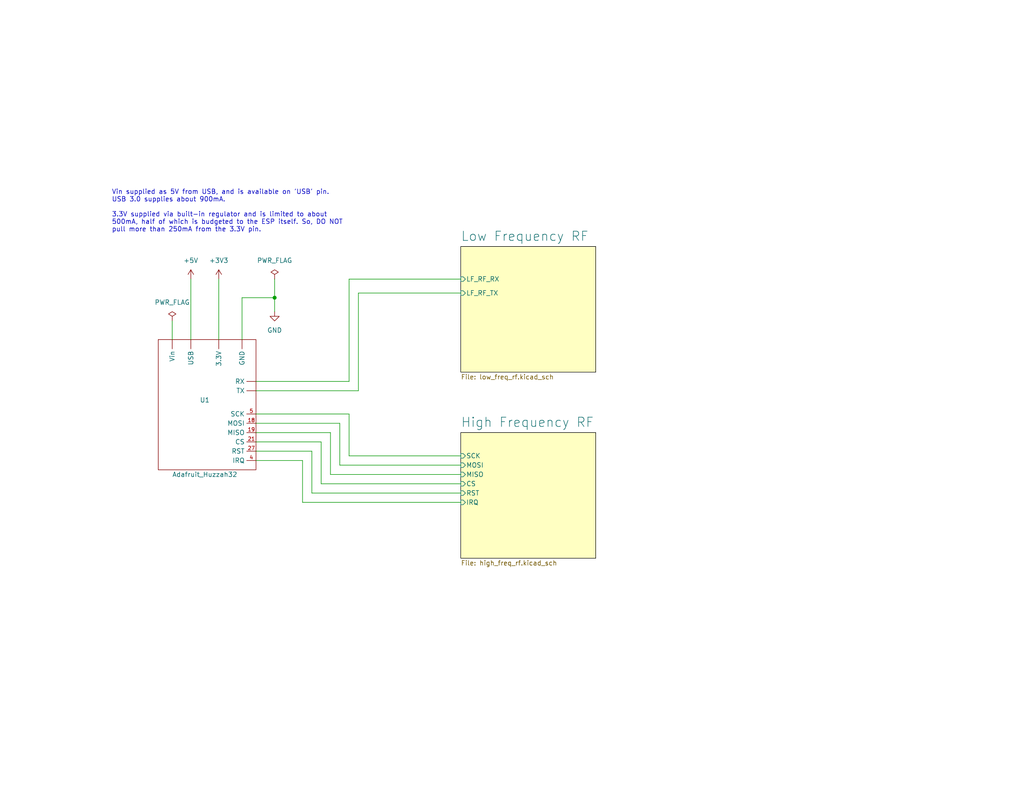
<source format=kicad_sch>
(kicad_sch (version 20220126) (generator eeschema)
  (paper "A")
  (title_block (date "2022-03-13") (rev "1"))
  (lib_symbols
    (symbol "capstone:Adafruit_Huzzah32"
      (property "Reference" "U" (at 0 0 0))
      (property "Value" "Adafruit_Huzzah32" (at 0 -20.32 0))
      (symbol "Adafruit_Huzzah32_0_1"
        (rectangle (start -12.7 16.51) (end 13.97 -19.05) (stroke (width 0.1524)))
      )
      (symbol "Adafruit_Huzzah32_1_1"
        (pin power_out line (at 3.81 16.51 270) (length 2.54) (name "3.3V") (number ""))
        (pin power_in line (at 10.16 16.51 270) (length 2.54) (name "GND") (number ""))
        (pin input line (at 13.97 5.08 180) (length 2.54) (name "RX") (number ""))
        (pin output line (at 13.97 2.54 180) (length 2.54) (name "TX") (number ""))
        (pin power_out line (at -3.81 16.51 270) (length 2.54) (name "USB") (number ""))
        (pin power_in line (at -8.89 16.51 270) (length 2.54) (name "Vin") (number ""))
        (pin output line (at 13.97 -6.35 180) (length 2.54) (name "MOSI") (number "18"))
        (pin input line (at 13.97 -8.89 180) (length 2.54) (name "MISO") (number "19"))
        (pin output line (at 13.97 -11.43 180) (length 2.54) (name "CS") (number "21"))
        (pin output line (at 13.97 -13.97 180) (length 2.54) (name "RST") (number "27"))
        (pin input line (at 13.97 -16.51 180) (length 2.54) (name "IRQ") (number "4"))
        (pin output line (at 13.97 -3.81 180) (length 2.54) (name "SCK") (number "5"))
      )
    )
    (symbol "power:+3.3V" (power) (pin_names (offset 0))
      (property "Value" "+3.3V" (at 0 3.556 0))
      (symbol "+3.3V_0_1"
        (polyline (pts (xy -0.762 1.27) (xy 0 2.54)))
        (polyline (pts (xy 0 0) (xy 0 2.54)))
        (polyline (pts (xy 0 2.54) (xy 0.762 1.27)))
      )
      (symbol "+3.3V_1_1"
        (pin power_in line (at 0 0 90) (length 0) hide (name "+3V3") (number "1"))
      )
    )
    (symbol "power:+5V" (power) (pin_names (offset 0))
      (property "Value" "+5V" (at 0 3.556 0))
      (symbol "+5V_0_1"
        (polyline (pts (xy -0.762 1.27) (xy 0 2.54)))
        (polyline (pts (xy 0 0) (xy 0 2.54)))
        (polyline (pts (xy 0 2.54) (xy 0.762 1.27)))
      )
      (symbol "+5V_1_1"
        (pin power_in line (at 0 0 90) (length 0) hide (name "+5V") (number "1"))
      )
    )
    (symbol "power:GND" (power) (pin_names (offset 0))
      (property "Value" "GND" (at 0 -3.81 0))
      (symbol "GND_0_1"
        (polyline (pts (xy 0 0) (xy 0 -1.27) (xy 1.27 -1.27) (xy 0 -2.54) (xy -1.27 -1.27) (xy 0 -1.27)))
      )
      (symbol "GND_1_1"
        (pin power_in line (at 0 0 270) (length 0) hide (name "GND") (number "1"))
      )
    )
    (symbol "power:PWR_FLAG" (power) (pin_numbers hide) (pin_names (offset 0) hide)
      (property "Value" "PWR_FLAG" (at 0 3.81 0))
      (symbol "PWR_FLAG_0_0"
        (pin power_out line (at 0 0 90) (length 0) (name "pwr") (number "1"))
      )
      (symbol "PWR_FLAG_0_1"
        (polyline (pts (xy 0 0) (xy 0 1.27) (xy -1.016 1.905) (xy 0 2.54) (xy 1.016 1.905) (xy 0 1.27)))
      )
    )
  )
  (junction (at 74.93 81.28))
  (wire (pts (xy 69.85 115.57) (xy 92.71 115.57)))
  (wire (pts (xy 92.71 115.57) (xy 92.71 127)))
  (wire (pts (xy 92.71 127) (xy 125.73 127)))
  (wire (pts (xy 69.85 106.68) (xy 97.79 106.68)))
  (wire (pts (xy 97.79 80.01) (xy 125.73 80.01)))
  (wire (pts (xy 97.79 106.68) (xy 97.79 80.01)))
  (wire (pts (xy 69.85 120.65) (xy 87.63 120.65)))
  (wire (pts (xy 87.63 120.65) (xy 87.63 132.08)))
  (wire (pts (xy 87.63 132.08) (xy 125.73 132.08)))
  (wire (pts (xy 69.85 125.73) (xy 82.55 125.73)))
  (wire (pts (xy 82.55 125.73) (xy 82.55 137.16)))
  (wire (pts (xy 82.55 137.16) (xy 125.73 137.16)))
  (wire (pts (xy 69.85 118.11) (xy 90.17 118.11)))
  (wire (pts (xy 90.17 118.11) (xy 90.17 129.54)))
  (wire (pts (xy 90.17 129.54) (xy 125.73 129.54)))
  (wire (pts (xy 59.69 76.2) (xy 59.69 92.71)))
  (wire (pts (xy 69.85 113.03) (xy 95.25 113.03)))
  (wire (pts (xy 95.25 113.03) (xy 95.25 124.46)))
  (wire (pts (xy 95.25 124.46) (xy 125.73 124.46)))
  (wire (pts (xy 46.99 87.63) (xy 46.99 92.71)))
  (wire (pts (xy 66.04 81.28) (xy 74.93 81.28)))
  (wire (pts (xy 74.93 76.2) (xy 74.93 81.28)))
  (wire (pts (xy 74.93 81.28) (xy 74.93 85.09)))
  (wire (pts (xy 69.85 104.14) (xy 95.25 104.14)))
  (wire (pts (xy 95.25 76.2) (xy 125.73 76.2)))
  (wire (pts (xy 95.25 104.14) (xy 95.25 76.2)))
  (wire (pts (xy 69.85 123.19) (xy 85.09 123.19)))
  (wire (pts (xy 85.09 123.19) (xy 85.09 134.62)))
  (wire (pts (xy 85.09 134.62) (xy 125.73 134.62)))
  (wire (pts (xy 66.04 81.28) (xy 66.04 92.71)))
  (wire (pts (xy 52.07 76.2) (xy 52.07 92.71)))
  (text "Vin supplied as 5V from USB, and is available on 'USB' pin.\nUSB 3.0 supplies about 900mA.\n\n3.3V supplied via built-in regulator and is limited to about\n500mA, half of which is budgeted to the ESP itself. So, DO NOT\npull more than 250mA from the 3.3V pin." (at 30.48 63.5 0) (effects (font (size 1.27 1.27)) (justify left bottom)))
  (symbol (lib_id "power:PWR_FLAG") (at 74.93 76.2 0) (mirror y) (unit 1)
    (property "Reference" "#FLG02" (effects hide))
    (property "Value" "PWR_FLAG" (at 74.93 71.12 0))
  )
  (symbol (lib_id "power:GND") (at 74.93 85.09 0) (unit 1)
    (property "Reference" "#PWR03" (effects hide))
    (property "Value" "GND" (at 74.93 90.17 0))
  )
  (symbol (lib_id "power:+3.3V") (at 59.69 76.2 0) (unit 1)
    (property "Reference" "#PWR02" (effects hide))
    (property "Value" "+3.3V" (at 59.69 71.12 0))
  )
  (symbol (lib_id "power:+5V") (at 52.07 76.2 0) (unit 1)
    (property "Reference" "#PWR01" (effects hide))
    (property "Value" "+5V" (at 52.07 71.12 0))
  )
  (symbol (lib_id "power:PWR_FLAG") (at 46.99 87.63 0) (unit 1)
    (property "Reference" "#FLG01" (effects hide))
    (property "Value" "PWR_FLAG" (at 46.99 82.55 0))
  )
  (symbol (lib_id "capstone:Adafruit_Huzzah32") (at 55.88 109.22 0) (unit 1)
    (property "Reference" "U1" (at 55.88 109.22 0))
    (property "Value" "Adafruit_Huzzah32" (at 55.88 129.54 0))
    (property "Footprint" "Module:Adafruit_Feather_WithMountingHoles" (effects hide))
    (property "Digi-Key part number" "1528-2181-ND" (effects hide))
    (property "Digi-Key URL" "https://www.digikey.com/en/products/detail/adafruit-industries-llc/3405/7244967" (effects hide))
    (property "datasheet URL" "https://cdn-learn.adafruit.com/downloads/pdf/adafruit-huzzah32-esp32-feather.pdf" (effects hide))
  )
  (sheet (at 125.73 67.31) (size 36.83 34.29) (stroke (width 0.1524) (color 0 0 0 1)) (fill (color 255 255 194 1.0000))
    (property "Sheetname" "Low Frequency RF" (at 125.73 65.9634 0) (effects (font (size 2.54 2.54)) (justify left bottom)))
    (property "Sheetfile" "low_freq_rf.kicad_sch" (at 125.73 102.1846 0) (effects (justify left top)))
    (pin "LF_RF_TX" input (at 125.73 80.01 180))
    (pin "LF_RF_RX" input (at 125.73 76.2 180))
  )
  (sheet (at 125.73 118.11) (size 36.83 34.29) (stroke (width 0.1524) (color 0 0 0 1)) (fill (color 255 255 194 1.0000))
    (property "Sheetname" "High Frequency RF" (at 125.73 116.7634 0) (effects (font (size 2.54 2.54)) (justify left bottom)))
    (property "Sheetfile" "high_freq_rf.kicad_sch" (at 125.73 152.9846 0) (effects (justify left top)))
    (pin "MISO" input (at 125.73 129.54 180))
    (pin "MOSI" input (at 125.73 127 180))
    (pin "IRQ" input (at 125.73 137.16 180))
    (pin "CS" input (at 125.73 132.08 180))
    (pin "SCK" input (at 125.73 124.46 180))
    (pin "RST" input (at 125.73 134.62 180))
  )
)
</source>
